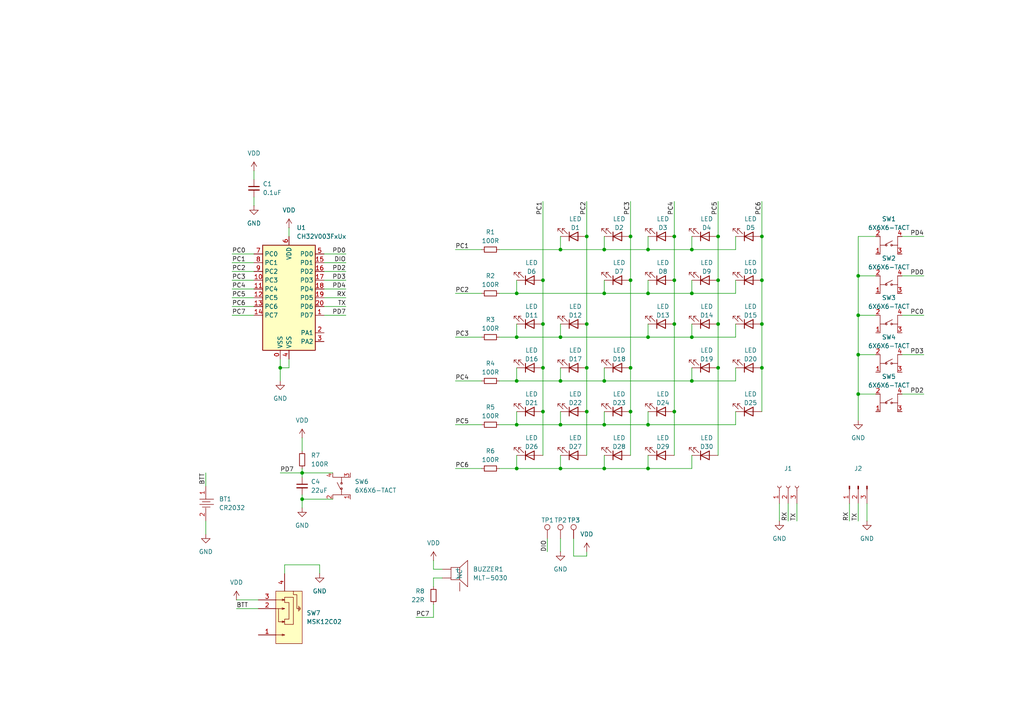
<source format=kicad_sch>
(kicad_sch (version 20231120) (generator "eeschema") (generator_version "8.0")
  (paper "A4")
  (lib_symbols
    (symbol "Connector:Conn_01x03_Pin" (pin_names (offset 1.016) hide)
      (property "Reference" "J" (at 0 5.08 0))
      (property "Value" "Conn_01x03_Pin" (at 0 -5.08 0))
      (symbol "Conn_01x03_Pin_1_1"
        (polyline (pts (xy 1.27 -2.54) (xy 0.8636 -2.54)) (stroke (width 0.1524)))
        (polyline (pts (xy 1.27 0) (xy 0.8636 0)) (stroke (width 0.1524)))
        (polyline (pts (xy 1.27 2.54) (xy 0.8636 2.54)) (stroke (width 0.1524)))
        (rectangle (start 0.8636 -2.413) (end 0 -2.667) (stroke (width 0.1524)) (fill (type outline)))
        (rectangle (start 0.8636 0.127) (end 0 -0.127) (stroke (width 0.1524)) (fill (type outline)))
        (rectangle (start 0.8636 2.667) (end 0 2.413) (stroke (width 0.1524)) (fill (type outline)))
        (pin passive line (at 5.08 2.54 180) (length 3.81) (name "Pin_1") (number "1"))
        (pin passive line (at 5.08 0 180) (length 3.81) (name "Pin_2") (number "2"))
        (pin passive line (at 5.08 -2.54 180) (length 3.81) (name "Pin_3") (number "3"))
      )
    )
    (symbol "Connector:Conn_01x03_Socket" (pin_names (offset 1.016) hide)
      (property "Reference" "J" (at 0 5.08 0))
      (property "Value" "Conn_01x03_Socket" (at 0 -5.08 0))
      (symbol "Conn_01x03_Socket_1_1"
        (arc (start 0 -2.032) (mid -0.5058 -2.54) (end 0 -3.048) (stroke (width 0.1524)))
        (polyline (pts (xy -1.27 -2.54) (xy -0.508 -2.54)) (stroke (width 0.1524)))
        (polyline (pts (xy -1.27 0) (xy -0.508 0)) (stroke (width 0.1524)))
        (polyline (pts (xy -1.27 2.54) (xy -0.508 2.54)) (stroke (width 0.1524)))
        (arc (start 0 0.508) (mid -0.5058 0) (end 0 -0.508) (stroke (width 0.1524)))
        (arc (start 0 3.048) (mid -0.5058 2.54) (end 0 2.032) (stroke (width 0.1524)))
        (pin passive line (at -5.08 2.54 0) (length 3.81) (name "Pin_1") (number "1"))
        (pin passive line (at -5.08 0 0) (length 3.81) (name "Pin_2") (number "2"))
        (pin passive line (at -5.08 -2.54 0) (length 3.81) (name "Pin_3") (number "3"))
      )
    )
    (symbol "Connector:TestPoint" (pin_numbers hide) (pin_names (offset 0.762) hide)
      (property "Reference" "TP" (at 0 6.858 0))
      (property "Value" "TestPoint" (at 0 5.08 0))
      (symbol "TestPoint_0_1"
        (circle (center 0 3.302) (radius 0.762))
      )
      (symbol "TestPoint_1_1"
        (pin passive line (at 0 0 90) (length 2.54) (name "1") (number "1"))
      )
    )
    (symbol "Device:C_Small" (pin_numbers hide) (pin_names (offset 0.254) hide)
      (property "Reference" "C" (at 0.254 1.778 0))
      (property "Value" "C_Small" (at 0.254 -2.032 0))
      (symbol "C_Small_0_1"
        (polyline (pts (xy -1.524 -0.508) (xy 1.524 -0.508)) (stroke (width 0.3302)))
        (polyline (pts (xy -1.524 0.508) (xy 1.524 0.508)) (stroke (width 0.3048)))
      )
      (symbol "C_Small_1_1"
        (pin passive line (at 0 2.54 270) (length 2.032) (name "~") (number "1"))
        (pin passive line (at 0 -2.54 90) (length 2.032) (name "~") (number "2"))
      )
    )
    (symbol "Device:LED" (pin_numbers hide) (pin_names (offset 1.016) hide)
      (property "Reference" "D" (at 0 2.54 0))
      (property "Value" "LED" (at 0 -2.54 0))
      (symbol "LED_0_1"
        (polyline (pts (xy -1.27 -1.27) (xy -1.27 1.27)) (stroke (width 0.254)))
        (polyline (pts (xy -1.27 0) (xy 1.27 0)))
        (polyline (pts (xy 1.27 -1.27) (xy 1.27 1.27) (xy -1.27 0) (xy 1.27 -1.27)) (stroke (width 0.254)))
        (polyline (pts (xy -3.048 -0.762) (xy -4.572 -2.286) (xy -3.81 -2.286) (xy -4.572 -2.286) (xy -4.572 -1.524)))
        (polyline (pts (xy -1.778 -0.762) (xy -3.302 -2.286) (xy -2.54 -2.286) (xy -3.302 -2.286) (xy -3.302 -1.524)))
      )
      (symbol "LED_1_1"
        (pin passive line (at -3.81 0 0) (length 2.54) (name "K") (number "1"))
        (pin passive line (at 3.81 0 180) (length 2.54) (name "A") (number "2"))
      )
    )
    (symbol "Device:R_Small" (pin_numbers hide) (pin_names (offset 0.254) hide)
      (property "Reference" "R" (at 0.762 0.508 0))
      (property "Value" "R_Small" (at 0.762 -1.016 0))
      (symbol "R_Small_0_1"
        (rectangle (start -0.762 1.778) (end 0.762 -1.778) (stroke (width 0.2032)))
      )
      (symbol "R_Small_1_1"
        (pin passive line (at 0 2.54 270) (length 0.762) (name "~") (number "1"))
        (pin passive line (at 0 -2.54 90) (length 0.762) (name "~") (number "2"))
      )
    )
    (symbol "MCU_WCH_CH32V0:CH32V003FxUx"
      (property "Reference" "U" (at -7.62 17.78 0))
      (property "Value" "CH32V003FxUx" (at 7.62 17.78 0))
      (symbol "CH32V003FxUx_1_1"
        (rectangle (start -7.62 15.24) (end 7.62 -15.24) (stroke (width 0.254)) (fill (type background)))
        (pin power_in line (at -2.54 -17.78 90) (length 2.54) (name "VSS") (number "0"))
        (pin bidirectional line (at 10.16 -5.08 180) (length 2.54) (name "PD7") (number "1"))
        (pin bidirectional line (at -10.16 5.08 0) (length 2.54) (name "PC3") (number "10"))
        (pin bidirectional line (at -10.16 2.54 0) (length 2.54) (name "PC4") (number "11"))
        (pin bidirectional line (at -10.16 0 0) (length 2.54) (name "PC5") (number "12"))
        (pin bidirectional line (at -10.16 -2.54 0) (length 2.54) (name "PC6") (number "13"))
        (pin bidirectional line (at -10.16 -5.08 0) (length 2.54) (name "PC7") (number "14"))
        (pin bidirectional line (at 10.16 10.16 180) (length 2.54) (name "PD1") (number "15"))
        (pin bidirectional line (at 10.16 7.62 180) (length 2.54) (name "PD2") (number "16"))
        (pin bidirectional line (at 10.16 5.08 180) (length 2.54) (name "PD3") (number "17"))
        (pin bidirectional line (at 10.16 2.54 180) (length 2.54) (name "PD4") (number "18"))
        (pin bidirectional line (at 10.16 0 180) (length 2.54) (name "PD5") (number "19"))
        (pin bidirectional line (at 10.16 -10.16 180) (length 2.54) (name "PA1") (number "2"))
        (pin bidirectional line (at 10.16 -2.54 180) (length 2.54) (name "PD6") (number "20"))
        (pin bidirectional line (at 10.16 -12.7 180) (length 2.54) (name "PA2") (number "3"))
        (pin power_in line (at 0 -17.78 90) (length 2.54) (name "VSS") (number "4"))
        (pin bidirectional line (at 10.16 12.7 180) (length 2.54) (name "PD0") (number "5"))
        (pin power_in line (at 0 17.78 270) (length 2.54) (name "VDD") (number "6"))
        (pin bidirectional line (at -10.16 12.7 0) (length 2.54) (name "PC0") (number "7"))
        (pin bidirectional line (at -10.16 10.16 0) (length 2.54) (name "PC1") (number "8"))
        (pin bidirectional line (at -10.16 7.62 0) (length 2.54) (name "PC2") (number "9"))
      )
    )
    (symbol "easyeda:6X6X6-TACT" (pin_names (offset 1.016) hide)
      (property "Reference" "SW" (at 0 7.7724 0))
      (property "Value" "6X6X6-TACT" (at 0 12.8524 0))
      (symbol "6X6X6-TACT_1_1"
        (circle (center -2.016 2.54) (radius 0.254) (stroke (width 0.1524)))
        (circle (center -0.492 2.54) (radius 0.254) (stroke (width 0.1524)))
        (polyline (pts (xy -3.81 0) (xy -3.81 5.08)) (stroke (width 0.1524)))
        (polyline (pts (xy -3.794 2.54) (xy -2.778 2.54)) (stroke (width 0.1524)))
        (polyline (pts (xy -2.778 2.54) (xy -2.016 2.54)) (stroke (width 0.1524)))
        (polyline (pts (xy 1.27 0) (xy 1.27 5.08)) (stroke (width 0.1524)))
        (polyline (pts (xy 1.286 2.54) (xy -0.492 2.54)) (stroke (width 0.1524)))
        (polyline (pts (xy -2.27 2.794) (xy -0.238 3.81) (xy -0.238 3.81)) (stroke (width 0.1524)))
        (pin input line (at -5.08 0 0) (length 1.27) (name "A") (number "1"))
        (pin input line (at -5.08 5.08 0) (length 1.27) (name "B") (number "2"))
        (pin input line (at 2.54 0 180) (length 1.27) (name "C") (number "3"))
        (pin input line (at 2.54 5.08 180) (length 1.27) (name "D") (number "4"))
      )
    )
    (symbol "easyeda:MLT-5030" (pin_numbers hide) (pin_names (offset 1.016))
      (property "Reference" "BUZZER" (at 0 6.35 0))
      (property "Value" "MLT-5030" (at 0 11.43 0))
      (symbol "MLT-5030_1_1"
        (polyline (pts (xy -1.27 -1.778) (xy 1.27 -1.778)) (stroke (width 0.1524)))
        (polyline (pts (xy -1.27 1.778) (xy -1.27 -1.778)) (stroke (width 0.1524)))
        (polyline (pts (xy -1.27 1.778) (xy 1.27 1.778)) (stroke (width 0.1524)))
        (polyline (pts (xy 1.27 -1.778) (xy 3.556 -3.81)) (stroke (width 0.1524)))
        (polyline (pts (xy 1.27 1.778) (xy 1.27 -1.778)) (stroke (width 0.1524)))
        (polyline (pts (xy 3.556 3.81) (xy 1.27 1.778)) (stroke (width 0.1524)))
        (polyline (pts (xy 3.556 3.81) (xy 3.556 -3.81)) (stroke (width 0.1524)))
        (pin input line (at 1.27 -5.08 90) (length 2.54) (name "NC") (number "1"))
        (pin input line (at -3.81 1.27 0) (length 2.54) (name "+") (number "2"))
        (pin input line (at -3.81 -1.27 0) (length 2.54) (name "-") (number "3"))
      )
    )
    (symbol "easyeda:MSK12C02" (pin_names (offset 1.016) hide)
      (property "Reference" "SW" (at 0 10.414 0))
      (property "Value" "MSK12C02" (at 0 15.494 0))
      (symbol "MSK12C02_1_1"
        (rectangle (start -7.62 2.54) (end 7.62 -5.08) (stroke (width 0.1524)) (fill (type background)))
        (polyline (pts (xy -5.08 0) (xy -5.334 0.762)) (stroke (width 0.1524)))
        (polyline (pts (xy -5.08 0) (xy -4.826 0.762)) (stroke (width 0.1524)))
        (polyline (pts (xy -5.08 0.762) (xy -5.08 0)) (stroke (width 0.1524)))
        (polyline (pts (xy -5.08 2.54) (xy -5.08 0.762)) (stroke (width 0.1524)))
        (polyline (pts (xy -1.27 0) (xy -1.524 0.762)) (stroke (width 0.1524)))
        (polyline (pts (xy 1.778 -4.064) (xy 3.302 -4.064)) (stroke (width 0.1524)))
        (polyline (pts (xy 2.032 -4.318) (xy 3.048 -4.318)) (stroke (width 0.1524)))
        (polyline (pts (xy 2.286 -4.572) (xy 2.794 -4.572)) (stroke (width 0.1524)))
        (polyline (pts (xy 2.54 0) (xy 2.286 0.762)) (stroke (width 0.1524)))
        (polyline (pts (xy 2.54 0) (xy 2.794 0.762)) (stroke (width 0.1524)))
        (polyline (pts (xy 2.54 0.762) (xy 2.54 0)) (stroke (width 0.1524)))
        (polyline (pts (xy 2.54 2.54) (xy 2.54 0.762)) (stroke (width 0.1524)))
        (polyline (pts (xy 5.08 0) (xy 4.826 0.762)) (stroke (width 0.1524)))
        (polyline (pts (xy 5.08 2.54) (xy 5.08 0) (xy 5.334 0.762)) (stroke (width 0.1524)))
        (polyline (pts (xy 2.54 1.778) (xy -1.27 1.778) (xy -1.27 0) (xy -1.016 0.762)) (stroke (width 0.1524)))
        (polyline (pts (xy 7.62 -2.54) (xy 6.604 -2.54) (xy 6.604 -3.556) (xy 2.54 -3.556) (xy 2.54 -4.064)) (stroke (width 0.1524)))
        (polyline (pts (xy -1.778 0) (xy -0.508 0) (xy -0.508 -1.27) (xy 4.318 -1.27) (xy 4.318 0) (xy 5.842 0) (xy 5.842 -2.54) (xy -2.032 -2.54) (xy -2.032 0) (xy -1.778 0)) (stroke (width 0.1524)))
        (pin input line (at -5.08 7.62 270) (length 5.08) (name "1") (number "1"))
        (pin input line (at 2.54 7.62 270) (length 5.08) (name "2") (number "2"))
        (pin input line (at 5.08 7.62 270) (length 5.08) (name "3") (number "3"))
        (pin input line (at 12.7 0 180) (length 5.08) (name "4") (number "4"))
      )
    )
    (symbol "easyeda:MY-2032-08" (pin_names (offset 1.016) hide)
      (property "Reference" "BT" (at 0 5.207 0))
      (property "Value" "MY-2032-08" (at 0 10.287 0))
      (symbol "MY-2032-08_1_1"
        (polyline (pts (xy -1.27 2.286) (xy -1.27 -1.778)) (stroke (width 0.1524)))
        (polyline (pts (xy -0.508 1.27) (xy -0.508 -1.016)) (stroke (width 0.1524)))
        (polyline (pts (xy 0.254 2.286) (xy 0.254 -1.778)) (stroke (width 0.1524)))
        (polyline (pts (xy 1.016 1.27) (xy 1.016 -1.016)) (stroke (width 0.1524)))
        (pin input line (at -5.08 0 0) (length 3.81) (name "1") (number "1"))
        (pin input line (at 5.08 0 180) (length 3.81) (name "2") (number "2"))
      )
    )
    (symbol "power:GND" (power) (pin_numbers hide) (pin_names (offset 0) hide)
      (property "Value" "GND" (at 0 -3.81 0))
      (symbol "GND_0_1"
        (polyline (pts (xy 0 0) (xy 0 -1.27) (xy 1.27 -1.27) (xy 0 -2.54) (xy -1.27 -1.27) (xy 0 -1.27)))
      )
      (symbol "GND_1_1"
        (pin power_in line (at 0 0 270) (length 0) (name "~") (number "1"))
      )
    )
    (symbol "power:VDD" (power) (pin_numbers hide) (pin_names (offset 0) hide)
      (property "Value" "VDD" (at 0 3.556 0))
      (symbol "VDD_0_1"
        (polyline (pts (xy -0.762 1.27) (xy 0 2.54)))
        (polyline (pts (xy 0 0) (xy 0 2.54)))
        (polyline (pts (xy 0 2.54) (xy 0.762 1.27)))
      )
      (symbol "VDD_1_1"
        (pin power_in line (at 0 0 90) (length 0) (name "~") (number "1"))
      )
    )
  )
  (junction (at 208.28 81.28))
  (junction (at 208.28 93.98))
  (junction (at 208.28 106.68))
  (junction (at 220.98 106.68))
  (junction (at 87.63 137.16))
  (junction (at 175.26 135.89))
  (junction (at 200.66 85.09))
  (junction (at 248.92 102.87))
  (junction (at 248.92 91.44))
  (junction (at 195.58 119.38))
  (junction (at 157.48 106.68))
  (junction (at 200.66 97.79))
  (junction (at 220.98 68.58))
  (junction (at 182.88 81.28))
  (junction (at 149.86 135.89))
  (junction (at 182.88 106.68))
  (junction (at 208.28 68.58))
  (junction (at 170.18 68.58))
  (junction (at 157.48 119.38))
  (junction (at 195.58 81.28))
  (junction (at 81.28 106.68))
  (junction (at 175.26 110.49))
  (junction (at 149.86 97.79))
  (junction (at 162.56 97.79))
  (junction (at 187.96 135.89))
  (junction (at 182.88 68.58))
  (junction (at 175.26 72.39))
  (junction (at 200.66 110.49))
  (junction (at 170.18 93.98))
  (junction (at 170.18 106.68))
  (junction (at 87.63 144.78))
  (junction (at 149.86 110.49))
  (junction (at 175.26 123.19))
  (junction (at 248.92 114.3))
  (junction (at 182.88 119.38))
  (junction (at 157.48 81.28))
  (junction (at 170.18 119.38))
  (junction (at 187.96 97.79))
  (junction (at 157.48 93.98))
  (junction (at 175.26 85.09))
  (junction (at 149.86 85.09))
  (junction (at 162.56 110.49))
  (junction (at 187.96 123.19))
  (junction (at 200.66 72.39))
  (junction (at 195.58 93.98))
  (junction (at 248.92 80.01))
  (junction (at 187.96 85.09))
  (junction (at 220.98 93.98))
  (junction (at 162.56 123.19))
  (junction (at 195.58 68.58))
  (junction (at 220.98 81.28))
  (junction (at 162.56 72.39))
  (junction (at 149.86 123.19))
  (junction (at 187.96 72.39))
  (junction (at 162.56 135.89))
  (wire (pts (xy 182.88 58.42) (xy 182.88 68.58)))
  (wire (pts (xy 170.18 106.68) (xy 170.18 119.38)))
  (wire (pts (xy 67.31 88.9) (xy 73.66 88.9)))
  (wire (pts (xy 208.28 106.68) (xy 208.28 132.08)))
  (wire (pts (xy 175.26 132.08) (xy 175.26 135.89)))
  (wire (pts (xy 182.88 119.38) (xy 182.88 132.08)))
  (wire (pts (xy 251.46 146.05) (xy 251.46 151.13)))
  (wire (pts (xy 149.86 119.38) (xy 149.86 123.19)))
  (wire (pts (xy 220.98 58.42) (xy 220.98 68.58)))
  (wire (pts (xy 93.98 76.2) (xy 100.33 76.2)))
  (wire (pts (xy 248.92 80.01) (xy 254 80.01)))
  (wire (pts (xy 81.28 106.68) (xy 83.82 106.68)))
  (wire (pts (xy 144.78 72.39) (xy 162.56 72.39)))
  (wire (pts (xy 228.6 146.05) (xy 228.6 151.13)))
  (wire (pts (xy 213.36 93.98) (xy 213.36 97.79)))
  (wire (pts (xy 182.88 106.68) (xy 182.88 119.38)))
  (wire (pts (xy 166.37 156.21) (xy 166.37 161.29)))
  (wire (pts (xy 93.98 91.44) (xy 100.33 91.44)))
  (wire (pts (xy 175.26 81.28) (xy 175.26 85.09)))
  (wire (pts (xy 208.28 58.42) (xy 208.28 68.58)))
  (wire (pts (xy 144.78 97.79) (xy 149.86 97.79)))
  (wire (pts (xy 213.36 106.68) (xy 213.36 110.49)))
  (wire (pts (xy 157.48 93.98) (xy 157.48 106.68)))
  (wire (pts (xy 132.08 97.79) (xy 139.7 97.79)))
  (wire (pts (xy 81.28 137.16) (xy 87.63 137.16)))
  (wire (pts (xy 208.28 68.58) (xy 208.28 81.28)))
  (wire (pts (xy 125.73 167.64) (xy 125.73 170.18)))
  (wire (pts (xy 182.88 81.28) (xy 182.88 106.68)))
  (wire (pts (xy 200.66 97.79) (xy 213.36 97.79)))
  (wire (pts (xy 87.63 147.32) (xy 87.63 144.78)))
  (wire (pts (xy 187.96 123.19) (xy 213.36 123.19)))
  (wire (pts (xy 261.62 91.44) (xy 267.97 91.44)))
  (wire (pts (xy 59.69 137.16) (xy 59.69 140.97)))
  (wire (pts (xy 162.56 106.68) (xy 162.56 110.49)))
  (wire (pts (xy 67.31 91.44) (xy 73.66 91.44)))
  (wire (pts (xy 231.14 146.05) (xy 231.14 151.13)))
  (wire (pts (xy 157.48 119.38) (xy 157.48 132.08)))
  (wire (pts (xy 261.62 102.87) (xy 267.97 102.87)))
  (wire (pts (xy 59.69 151.13) (xy 59.69 154.94)))
  (wire (pts (xy 87.63 137.16) (xy 96.52 137.16)))
  (wire (pts (xy 248.92 80.01) (xy 248.92 91.44)))
  (wire (pts (xy 93.98 86.36) (xy 100.33 86.36)))
  (wire (pts (xy 149.86 81.28) (xy 149.86 85.09)))
  (wire (pts (xy 213.36 81.28) (xy 213.36 85.09)))
  (wire (pts (xy 175.26 119.38) (xy 175.26 123.19)))
  (wire (pts (xy 149.86 106.68) (xy 149.86 110.49)))
  (wire (pts (xy 170.18 119.38) (xy 170.18 132.08)))
  (wire (pts (xy 162.56 72.39) (xy 175.26 72.39)))
  (wire (pts (xy 195.58 119.38) (xy 195.58 132.08)))
  (wire (pts (xy 200.66 85.09) (xy 213.36 85.09)))
  (wire (pts (xy 149.86 97.79) (xy 162.56 97.79)))
  (wire (pts (xy 213.36 68.58) (xy 213.36 72.39)))
  (wire (pts (xy 226.06 146.05) (xy 226.06 151.13)))
  (wire (pts (xy 132.08 110.49) (xy 139.7 110.49)))
  (wire (pts (xy 120.65 179.07) (xy 125.73 179.07)))
  (wire (pts (xy 248.92 68.58) (xy 248.92 80.01)))
  (wire (pts (xy 170.18 58.42) (xy 170.18 68.58)))
  (wire (pts (xy 149.86 93.98) (xy 149.86 97.79)))
  (wire (pts (xy 200.66 106.68) (xy 200.66 110.49)))
  (wire (pts (xy 67.31 86.36) (xy 73.66 86.36)))
  (wire (pts (xy 246.38 146.05) (xy 246.38 151.13)))
  (wire (pts (xy 83.82 66.04) (xy 83.82 68.58)))
  (wire (pts (xy 162.56 135.89) (xy 175.26 135.89)))
  (wire (pts (xy 200.66 68.58) (xy 200.66 72.39)))
  (wire (pts (xy 93.98 73.66) (xy 100.33 73.66)))
  (wire (pts (xy 157.48 81.28) (xy 157.48 93.98)))
  (wire (pts (xy 175.26 123.19) (xy 187.96 123.19)))
  (wire (pts (xy 158.75 156.21) (xy 158.75 160.02)))
  (wire (pts (xy 67.31 78.74) (xy 73.66 78.74)))
  (wire (pts (xy 87.63 135.89) (xy 87.63 137.16)))
  (wire (pts (xy 87.63 137.16) (xy 87.63 138.43)))
  (wire (pts (xy 92.71 163.83) (xy 92.71 166.37)))
  (wire (pts (xy 248.92 102.87) (xy 254 102.87)))
  (wire (pts (xy 144.78 123.19) (xy 149.86 123.19)))
  (wire (pts (xy 220.98 106.68) (xy 220.98 119.38)))
  (wire (pts (xy 175.26 85.09) (xy 187.96 85.09)))
  (wire (pts (xy 195.58 68.58) (xy 195.58 81.28)))
  (wire (pts (xy 220.98 81.28) (xy 220.98 93.98)))
  (wire (pts (xy 187.96 132.08) (xy 187.96 135.89)))
  (wire (pts (xy 261.62 114.3) (xy 267.97 114.3)))
  (wire (pts (xy 208.28 93.98) (xy 208.28 106.68)))
  (wire (pts (xy 187.96 68.58) (xy 187.96 72.39)))
  (wire (pts (xy 68.58 176.53) (xy 74.93 176.53)))
  (wire (pts (xy 125.73 175.26) (xy 125.73 179.07)))
  (wire (pts (xy 128.27 167.64) (xy 125.73 167.64)))
  (wire (pts (xy 254 68.58) (xy 248.92 68.58)))
  (wire (pts (xy 73.66 57.15) (xy 73.66 59.69)))
  (wire (pts (xy 170.18 93.98) (xy 170.18 106.68)))
  (wire (pts (xy 187.96 119.38) (xy 187.96 123.19)))
  (wire (pts (xy 170.18 161.29) (xy 170.18 160.02)))
  (wire (pts (xy 81.28 106.68) (xy 81.28 110.49)))
  (wire (pts (xy 68.58 173.99) (xy 74.93 173.99)))
  (wire (pts (xy 200.66 132.08) (xy 200.66 135.89)))
  (wire (pts (xy 200.66 110.49) (xy 213.36 110.49)))
  (wire (pts (xy 195.58 93.98) (xy 195.58 119.38)))
  (wire (pts (xy 132.08 85.09) (xy 139.7 85.09)))
  (wire (pts (xy 67.31 76.2) (xy 73.66 76.2)))
  (wire (pts (xy 87.63 144.78) (xy 87.63 143.51)))
  (wire (pts (xy 125.73 165.1) (xy 128.27 165.1)))
  (wire (pts (xy 208.28 81.28) (xy 208.28 93.98)))
  (wire (pts (xy 149.86 132.08) (xy 149.86 135.89)))
  (wire (pts (xy 187.96 93.98) (xy 187.96 97.79)))
  (wire (pts (xy 175.26 106.68) (xy 175.26 110.49)))
  (wire (pts (xy 82.55 166.37) (xy 82.55 163.83)))
  (wire (pts (xy 195.58 58.42) (xy 195.58 68.58)))
  (wire (pts (xy 175.26 72.39) (xy 187.96 72.39)))
  (wire (pts (xy 162.56 119.38) (xy 162.56 123.19)))
  (wire (pts (xy 144.78 85.09) (xy 149.86 85.09)))
  (wire (pts (xy 175.26 110.49) (xy 200.66 110.49)))
  (wire (pts (xy 132.08 135.89) (xy 139.7 135.89)))
  (wire (pts (xy 261.62 80.01) (xy 267.97 80.01)))
  (wire (pts (xy 162.56 110.49) (xy 175.26 110.49)))
  (wire (pts (xy 125.73 162.56) (xy 125.73 165.1)))
  (wire (pts (xy 83.82 104.14) (xy 83.82 106.68)))
  (wire (pts (xy 187.96 97.79) (xy 200.66 97.79)))
  (wire (pts (xy 73.66 49.53) (xy 73.66 52.07)))
  (wire (pts (xy 248.92 146.05) (xy 248.92 151.13)))
  (wire (pts (xy 162.56 68.58) (xy 162.56 72.39)))
  (wire (pts (xy 67.31 73.66) (xy 73.66 73.66)))
  (wire (pts (xy 248.92 114.3) (xy 254 114.3)))
  (wire (pts (xy 81.28 104.14) (xy 81.28 106.68)))
  (wire (pts (xy 87.63 127) (xy 87.63 130.81)))
  (wire (pts (xy 175.26 135.89) (xy 187.96 135.89)))
  (wire (pts (xy 187.96 85.09) (xy 200.66 85.09)))
  (wire (pts (xy 170.18 68.58) (xy 170.18 93.98)))
  (wire (pts (xy 162.56 97.79) (xy 187.96 97.79)))
  (wire (pts (xy 220.98 93.98) (xy 220.98 106.68)))
  (wire (pts (xy 149.86 85.09) (xy 175.26 85.09)))
  (wire (pts (xy 132.08 72.39) (xy 139.7 72.39)))
  (wire (pts (xy 82.55 163.83) (xy 92.71 163.83)))
  (wire (pts (xy 132.08 123.19) (xy 139.7 123.19)))
  (wire (pts (xy 175.26 68.58) (xy 175.26 72.39)))
  (wire (pts (xy 149.86 135.89) (xy 162.56 135.89)))
  (wire (pts (xy 144.78 110.49) (xy 149.86 110.49)))
  (wire (pts (xy 149.86 110.49) (xy 162.56 110.49)))
  (wire (pts (xy 182.88 68.58) (xy 182.88 81.28)))
  (wire (pts (xy 93.98 81.28) (xy 100.33 81.28)))
  (wire (pts (xy 157.48 106.68) (xy 157.48 119.38)))
  (wire (pts (xy 187.96 72.39) (xy 200.66 72.39)))
  (wire (pts (xy 187.96 81.28) (xy 187.96 85.09)))
  (wire (pts (xy 87.63 144.78) (xy 96.52 144.78)))
  (wire (pts (xy 67.31 83.82) (xy 73.66 83.82)))
  (wire (pts (xy 93.98 78.74) (xy 100.33 78.74)))
  (wire (pts (xy 200.66 81.28) (xy 200.66 85.09)))
  (wire (pts (xy 200.66 93.98) (xy 200.66 97.79)))
  (wire (pts (xy 93.98 83.82) (xy 100.33 83.82)))
  (wire (pts (xy 93.98 88.9) (xy 100.33 88.9)))
  (wire (pts (xy 261.62 68.58) (xy 267.97 68.58)))
  (wire (pts (xy 187.96 135.89) (xy 200.66 135.89)))
  (wire (pts (xy 162.56 123.19) (xy 175.26 123.19)))
  (wire (pts (xy 248.92 91.44) (xy 254 91.44)))
  (wire (pts (xy 248.92 91.44) (xy 248.92 102.87)))
  (wire (pts (xy 248.92 114.3) (xy 248.92 121.92)))
  (wire (pts (xy 149.86 123.19) (xy 162.56 123.19)))
  (wire (pts (xy 67.31 81.28) (xy 73.66 81.28)))
  (wire (pts (xy 162.56 93.98) (xy 162.56 97.79)))
  (wire (pts (xy 213.36 119.38) (xy 213.36 123.19)))
  (wire (pts (xy 195.58 81.28) (xy 195.58 93.98)))
  (wire (pts (xy 144.78 135.89) (xy 149.86 135.89)))
  (wire (pts (xy 166.37 161.29) (xy 170.18 161.29)))
  (wire (pts (xy 200.66 72.39) (xy 213.36 72.39)))
  (wire (pts (xy 248.92 102.87) (xy 248.92 114.3)))
  (wire (pts (xy 162.56 156.21) (xy 162.56 160.02)))
  (wire (pts (xy 220.98 68.58) (xy 220.98 81.28)))
  (wire (pts (xy 162.56 132.08) (xy 162.56 135.89)))
  (wire (pts (xy 157.48 58.42) (xy 157.48 81.28)))
  (label "TX" (at 100.33 88.9 180))
  (label "RX" (at 228.6 151.13 90))
  (label "PC7" (at 120.65 179.07 0))
  (label "PD7" (at 100.33 91.44 180))
  (label "PC0" (at 67.31 73.66 0))
  (label "PC5" (at 208.28 58.42 270))
  (label "PC7" (at 67.31 91.44 0))
  (label "PD7" (at 81.28 137.16 0))
  (label "RX" (at 246.38 151.13 90))
  (label "BTT" (at 68.58 176.53 0))
  (label "PC4" (at 67.31 83.82 0))
  (label "PC6" (at 220.98 58.42 270))
  (label "PC5" (at 67.31 86.36 0))
  (label "DIO" (at 158.75 160.02 90))
  (label "PD2" (at 267.97 114.3 180))
  (label "DIO" (at 100.33 76.2 180))
  (label "PD0" (at 100.33 73.66 180))
  (label "PC6" (at 132.08 135.89 0))
  (label "PD0" (at 267.97 80.01 180))
  (label "PC4" (at 132.08 110.49 0))
  (label "PC1" (at 157.48 58.42 270))
  (label "PD3" (at 100.33 81.28 180))
  (label "BTT" (at 59.69 137.16 270))
  (label "PC2" (at 170.18 58.42 270))
  (label "PC2" (at 67.31 78.74 0))
  (label "PC3" (at 132.08 97.79 0))
  (label "PC4" (at 195.58 58.42 270))
  (label "PC3" (at 182.88 58.42 270))
  (label "PC6" (at 67.31 88.9 0))
  (label "RX" (at 100.33 86.36 180))
  (label "PD4" (at 100.33 83.82 180))
  (label "PC0" (at 267.97 91.44 180))
  (label "PC2" (at 132.08 85.09 0))
  (label "PC3" (at 67.31 81.28 0))
  (label "PC1" (at 67.31 76.2 0))
  (label "PC5" (at 132.08 123.19 0))
  (label "TX" (at 248.92 151.13 90))
  (label "PD4" (at 267.97 68.58 180))
  (label "PD3" (at 267.97 102.87 180))
  (label "TX" (at 231.14 151.13 90))
  (label "PC1" (at 132.08 72.39 0))
  (label "PD2" (at 100.33 78.74 180))
  (symbol (lib_id "power:VDD") (at 87.63 127 0) (unit 1)
    (property "Reference" "#PWR010" (effects (hide yes)))
    (property "Value" "VDD" (at 87.63 121.92 0))
    (property "Description" "Power symbol creates a global label with name \"VDD\"" (effects (hide yes)))
  )
  (symbol (lib_id "power:VDD") (at 170.18 160.02 0) (unit 1)
    (property "Reference" "#PWR012" (effects (hide yes)))
    (property "Value" "VDD" (at 170.18 154.94 0))
    (property "Description" "Power symbol creates a global label with name \"VDD\"" (effects (hide yes)))
  )
  (symbol (lib_id "easyeda:6X6X6-TACT") (at 259.08 107.95 0) (unit 1)
    (property "Reference" "SW4" (at 257.818 97.79 0))
    (property "Value" "6X6X6-TACT" (at 257.818 100.33 0))
    (property "Footprint" "kicad_lceda:SW-SMD_4P-L6.0-W6.0-P4.50-LS9.2" (effects (hide yes)))
    (property "SuppliersPartNumber" "C2837532" (effects (hide yes)))
    (property "uuid" "std:b78e492c09df4fbaa8cea1d79c64ea70" (effects (hide yes)))
  )
  (symbol (lib_id "easyeda:6X6X6-TACT") (at 101.6 139.7 90) (unit 1)
    (property "Reference" "SW6" (at 102.87 139.6919 90) (effects (justify right)))
    (property "Value" "6X6X6-TACT" (at 102.87 142.2319 90) (effects (justify right)))
    (property "Footprint" "kicad_lceda:SW-SMD_4P-L6.0-W6.0-P4.50-LS9.2" (effects (hide yes)))
    (property "SuppliersPartNumber" "C2837532" (effects (hide yes)))
    (property "uuid" "std:b78e492c09df4fbaa8cea1d79c64ea70" (effects (hide yes)))
  )
  (symbol (lib_id "Device:LED") (at 166.37 93.98 0) (mirror x) (unit 1)
    (property "Reference" "D12" (at 166.878 91.44 0))
    (property "Value" "LED" (at 166.878 88.9 0))
    (property "Footprint" "LED_SMD:LED_0805_2012Metric" (effects (hide yes)))
    (property "Description" "Light emitting diode" (effects (hide yes)))
  )
  (symbol (lib_id "Device:LED") (at 166.37 68.58 0) (mirror x) (unit 1)
    (property "Reference" "D1" (at 166.878 66.04 0))
    (property "Value" "LED" (at 166.878 63.5 0))
    (property "Footprint" "LED_SMD:LED_0805_2012Metric" (effects (hide yes)))
    (property "Description" "Light emitting diode" (effects (hide yes)))
  )
  (symbol (lib_id "Device:LED") (at 153.67 132.08 0) (mirror x) (unit 1)
    (property "Reference" "D26" (at 154.178 129.54 0))
    (property "Value" "LED" (at 154.178 127 0))
    (property "Footprint" "LED_SMD:LED_0805_2012Metric" (effects (hide yes)))
    (property "Description" "Light emitting diode" (effects (hide yes)))
  )
  (symbol (lib_id "Device:LED") (at 166.37 106.68 0) (mirror x) (unit 1)
    (property "Reference" "D17" (at 166.878 104.14 0))
    (property "Value" "LED" (at 166.878 101.6 0))
    (property "Footprint" "LED_SMD:LED_0805_2012Metric" (effects (hide yes)))
    (property "Description" "Light emitting diode" (effects (hide yes)))
  )
  (symbol (lib_id "Device:LED") (at 204.47 81.28 0) (mirror x) (unit 1)
    (property "Reference" "D9" (at 204.978 78.74 0))
    (property "Value" "LED" (at 204.978 76.2 0))
    (property "Footprint" "LED_SMD:LED_0805_2012Metric" (effects (hide yes)))
    (property "Description" "Light emitting diode" (effects (hide yes)))
  )
  (symbol (lib_id "power:GND") (at 73.66 59.69 0) (unit 1)
    (property "Reference" "#PWR03" (effects (hide yes)))
    (property "Value" "GND" (at 73.66 64.77 0))
    (property "Description" "Power symbol creates a global label with name \"GND\" , ground" (effects (hide yes)))
  )
  (symbol (lib_id "power:GND") (at 251.46 151.13 0) (unit 1)
    (property "Reference" "#PWR015" (effects (hide yes)))
    (property "Value" "GND" (at 251.46 156.21 0))
    (property "Description" "Power symbol creates a global label with name \"GND\" , ground" (effects (hide yes)))
  )
  (symbol (lib_id "Device:LED") (at 217.17 119.38 0) (mirror x) (unit 1)
    (property "Reference" "D25" (at 217.678 116.84 0))
    (property "Value" "LED" (at 217.678 114.3 0))
    (property "Footprint" "LED_SMD:LED_0805_2012Metric" (effects (hide yes)))
    (property "Description" "Light emitting diode" (effects (hide yes)))
  )
  (symbol (lib_id "Device:R_Small") (at 142.24 135.89 90) (unit 1)
    (property "Reference" "R6" (at 142.24 130.81 90))
    (property "Value" "100R" (at 142.24 133.35 90))
    (property "Footprint" "Resistor_SMD:R_0805_2012Metric" (effects (hide yes)))
    (property "Description" "Resistor, small symbol" (effects (hide yes)))
  )
  (symbol (lib_id "Device:LED") (at 191.77 81.28 0) (mirror x) (unit 1)
    (property "Reference" "D8" (at 192.278 78.74 0))
    (property "Value" "LED" (at 192.278 76.2 0))
    (property "Footprint" "LED_SMD:LED_0805_2012Metric" (effects (hide yes)))
    (property "Description" "Light emitting diode" (effects (hide yes)))
  )
  (symbol (lib_id "power:VDD") (at 125.73 162.56 0) (unit 1)
    (property "Reference" "#PWR011" (effects (hide yes)))
    (property "Value" "VDD" (at 125.73 157.48 0))
    (property "Description" "Power symbol creates a global label with name \"VDD\"" (effects (hide yes)))
  )
  (symbol (lib_id "easyeda:MY-2032-08") (at 59.69 146.05 270) (unit 1)
    (property "Reference" "BT1" (at 63.5 144.7418 90) (effects (justify left)))
    (property "Value" "CR2032" (at 63.5 147.2818 90) (effects (justify left)))
    (property "Footprint" "kicad_lceda:BAT-SMD_MY-2032-08" (effects (hide yes)))
    (property "SuppliersPartNumber" "C964831" (effects (hide yes)))
    (property "uuid" "std:140ab1e60ab744cfaf0ea9a6cbf64e2a" (effects (hide yes)))
  )
  (symbol (lib_id "power:GND") (at 248.92 121.92 0) (unit 1)
    (property "Reference" "#PWR08" (effects (hide yes)))
    (property "Value" "GND" (at 248.92 127 0))
    (property "Description" "Power symbol creates a global label with name \"GND\" , ground" (effects (hide yes)))
  )
  (symbol (lib_id "Device:LED") (at 153.67 93.98 0) (mirror x) (unit 1)
    (property "Reference" "D11" (at 154.178 91.44 0))
    (property "Value" "LED" (at 154.178 88.9 0))
    (property "Footprint" "LED_SMD:LED_0805_2012Metric" (effects (hide yes)))
    (property "Description" "Light emitting diode" (effects (hide yes)))
  )
  (symbol (lib_id "Device:LED") (at 191.77 93.98 0) (mirror x) (unit 1)
    (property "Reference" "D13" (at 192.278 91.44 0))
    (property "Value" "LED" (at 192.278 88.9 0))
    (property "Footprint" "LED_SMD:LED_0805_2012Metric" (effects (hide yes)))
    (property "Description" "Light emitting diode" (effects (hide yes)))
  )
  (symbol (lib_id "power:VDD") (at 83.82 66.04 0) (unit 1)
    (property "Reference" "#PWR02" (effects (hide yes)))
    (property "Value" "VDD" (at 83.82 60.96 0))
    (property "Description" "Power symbol creates a global label with name \"VDD\"" (effects (hide yes)))
  )
  (symbol (lib_id "power:VDD") (at 73.66 49.53 0) (unit 1)
    (property "Reference" "#PWR04" (effects (hide yes)))
    (property "Value" "VDD" (at 73.66 44.45 0))
    (property "Description" "Power symbol creates a global label with name \"VDD\"" (effects (hide yes)))
  )
  (symbol (lib_id "easyeda:6X6X6-TACT") (at 259.08 96.52 0) (unit 1)
    (property "Reference" "SW3" (at 257.818 86.36 0))
    (property "Value" "6X6X6-TACT" (at 257.818 88.9 0))
    (property "Footprint" "kicad_lceda:SW-SMD_4P-L6.0-W6.0-P4.50-LS9.2" (effects (hide yes)))
    (property "SuppliersPartNumber" "C2837532" (effects (hide yes)))
    (property "uuid" "std:b78e492c09df4fbaa8cea1d79c64ea70" (effects (hide yes)))
  )
  (symbol (lib_id "power:VDD") (at 68.58 173.99 0) (unit 1)
    (property "Reference" "#PWR07" (effects (hide yes)))
    (property "Value" "VDD" (at 68.58 168.91 0))
    (property "Description" "Power symbol creates a global label with name \"VDD\"" (effects (hide yes)))
  )
  (symbol (lib_id "Device:LED") (at 179.07 106.68 0) (mirror x) (unit 1)
    (property "Reference" "D18" (at 179.578 104.14 0))
    (property "Value" "LED" (at 179.578 101.6 0))
    (property "Footprint" "LED_SMD:LED_0805_2012Metric" (effects (hide yes)))
    (property "Description" "Light emitting diode" (effects (hide yes)))
  )
  (symbol (lib_id "Device:LED") (at 217.17 68.58 0) (mirror x) (unit 1)
    (property "Reference" "D5" (at 217.678 66.04 0))
    (property "Value" "LED" (at 217.678 63.5 0))
    (property "Footprint" "LED_SMD:LED_0805_2012Metric" (effects (hide yes)))
    (property "Description" "Light emitting diode" (effects (hide yes)))
  )
  (symbol (lib_id "Device:R_Small") (at 87.63 133.35 180) (unit 1)
    (property "Reference" "R7" (at 90.17 132.0799 0) (effects (justify right)))
    (property "Value" "100R" (at 90.17 134.6199 0) (effects (justify right)))
    (property "Footprint" "Resistor_SMD:R_0805_2012Metric" (effects (hide yes)))
    (property "Description" "Resistor, small symbol" (effects (hide yes)))
  )
  (symbol (lib_id "Device:LED") (at 217.17 106.68 0) (mirror x) (unit 1)
    (property "Reference" "D20" (at 217.678 104.14 0))
    (property "Value" "LED" (at 217.678 101.6 0))
    (property "Footprint" "LED_SMD:LED_0805_2012Metric" (effects (hide yes)))
    (property "Description" "Light emitting diode" (effects (hide yes)))
  )
  (symbol (lib_id "power:GND") (at 81.28 110.49 0) (unit 1)
    (property "Reference" "#PWR01" (effects (hide yes)))
    (property "Value" "GND" (at 81.28 115.57 0))
    (property "Description" "Power symbol creates a global label with name \"GND\" , ground" (effects (hide yes)))
  )
  (symbol (lib_id "power:GND") (at 162.56 160.02 0) (unit 1)
    (property "Reference" "#PWR013" (effects (hide yes)))
    (property "Value" "GND" (at 162.56 165.1 0))
    (property "Description" "Power symbol creates a global label with name \"GND\" , ground" (effects (hide yes)))
  )
  (symbol (lib_id "easyeda:6X6X6-TACT") (at 259.08 73.66 0) (unit 1)
    (property "Reference" "SW1" (at 257.818 63.5 0))
    (property "Value" "6X6X6-TACT" (at 257.818 66.04 0))
    (property "Footprint" "kicad_lceda:SW-SMD_4P-L6.0-W6.0-P4.50-LS9.2" (effects (hide yes)))
    (property "SuppliersPartNumber" "C2837532" (effects (hide yes)))
    (property "uuid" "std:b78e492c09df4fbaa8cea1d79c64ea70" (effects (hide yes)))
  )
  (symbol (lib_id "Device:LED") (at 166.37 119.38 0) (mirror x) (unit 1)
    (property "Reference" "D22" (at 166.878 116.84 0))
    (property "Value" "LED" (at 166.878 114.3 0))
    (property "Footprint" "LED_SMD:LED_0805_2012Metric" (effects (hide yes)))
    (property "Description" "Light emitting diode" (effects (hide yes)))
  )
  (symbol (lib_id "power:GND") (at 87.63 147.32 0) (unit 1)
    (property "Reference" "#PWR09" (effects (hide yes)))
    (property "Value" "GND" (at 87.63 152.4 0))
    (property "Description" "Power symbol creates a global label with name \"GND\" , ground" (effects (hide yes)))
  )
  (symbol (lib_id "easyeda:6X6X6-TACT") (at 259.08 119.38 0) (unit 1)
    (property "Reference" "SW5" (at 257.818 109.22 0))
    (property "Value" "6X6X6-TACT" (at 257.818 111.76 0))
    (property "Footprint" "kicad_lceda:SW-SMD_4P-L6.0-W6.0-P4.50-LS9.2" (effects (hide yes)))
    (property "SuppliersPartNumber" "C2837532" (effects (hide yes)))
    (property "uuid" "std:b78e492c09df4fbaa8cea1d79c64ea70" (effects (hide yes)))
  )
  (symbol (lib_id "Device:LED") (at 204.47 93.98 0) (mirror x) (unit 1)
    (property "Reference" "D14" (at 204.978 91.44 0))
    (property "Value" "LED" (at 204.978 88.9 0))
    (property "Footprint" "LED_SMD:LED_0805_2012Metric" (effects (hide yes)))
    (property "Description" "Light emitting diode" (effects (hide yes)))
  )
  (symbol (lib_id "Device:LED") (at 179.07 132.08 0) (mirror x) (unit 1)
    (property "Reference" "D28" (at 179.578 129.54 0))
    (property "Value" "LED" (at 179.578 127 0))
    (property "Footprint" "LED_SMD:LED_0805_2012Metric" (effects (hide yes)))
    (property "Description" "Light emitting diode" (effects (hide yes)))
  )
  (symbol (lib_id "Device:LED") (at 191.77 132.08 0) (mirror x) (unit 1)
    (property "Reference" "D29" (at 192.278 129.54 0))
    (property "Value" "LED" (at 192.278 127 0))
    (property "Footprint" "LED_SMD:LED_0805_2012Metric" (effects (hide yes)))
    (property "Description" "Light emitting diode" (effects (hide yes)))
  )
  (symbol (lib_id "Device:LED") (at 153.67 119.38 0) (mirror x) (unit 1)
    (property "Reference" "D21" (at 154.178 116.84 0))
    (property "Value" "LED" (at 154.178 114.3 0))
    (property "Footprint" "LED_SMD:LED_0805_2012Metric" (effects (hide yes)))
    (property "Description" "Light emitting diode" (effects (hide yes)))
  )
  (symbol (lib_id "MCU_WCH_CH32V0:CH32V003FxUx") (at 83.82 86.36 0) (unit 1)
    (property "Reference" "U1" (at 86.0141 66.04 0) (effects (justify left)))
    (property "Value" "CH32V003FxUx" (at 86.0141 68.58 0) (effects (justify left)))
    (property "Footprint" "Package_DFN_QFN:QFN-20-1EP_3x3mm_P0.4mm_EP1.65x1.65mm" (effects (hide yes)))
    (property "Datasheet" "https://www.wch-ic.com/products/CH32V003.html" (effects (hide yes)))
    (property "Description" "CH32V003 series are industrial-grade general-purpose microcontrollers designed based on 32-bit RISC-V instruction set and architecture. It adopts QingKe V2A core, RV32EC instruction set, and supports 2 levels of interrupt nesting. The series are mounted with rich peripheral interfaces and function modules. Its internal organizational structure meets the low-cost and low-power embedded application scenarios." (effects (hide yes)))
  )
  (symbol (lib_id "Device:R_Small") (at 142.24 123.19 90) (unit 1)
    (property "Reference" "R5" (at 142.24 118.11 90))
    (property "Value" "100R" (at 142.24 120.65 90))
    (property "Footprint" "Resistor_SMD:R_0805_2012Metric" (effects (hide yes)))
    (property "Description" "Resistor, small symbol" (effects (hide yes)))
  )
  (symbol (lib_id "Connector:Conn_01x03_Pin") (at 248.92 140.97 90) (mirror x) (unit 1)
    (property "Reference" "J2" (at 248.92 135.89 90))
    (property "Value" "Conn_01x03_Pin" (effects (hide yes)))
    (property "Footprint" "kicad_lceda:HDR-SMD_3P-P2.54-H-F-L11.5" (effects (hide yes)))
    (property "Description" "Generic connector, single row, 01x03, script generated" (effects (hide yes)))
  )
  (symbol (lib_id "Device:R_Small") (at 142.24 97.79 90) (unit 1)
    (property "Reference" "R3" (at 142.24 92.71 90))
    (property "Value" "100R" (at 142.24 95.25 90))
    (property "Footprint" "Resistor_SMD:R_0805_2012Metric" (effects (hide yes)))
    (property "Description" "Resistor, small symbol" (effects (hide yes)))
  )
  (symbol (lib_id "power:GND") (at 92.71 166.37 0) (unit 1)
    (property "Reference" "#PWR016" (effects (hide yes)))
    (property "Value" "GND" (at 92.71 171.45 0))
    (property "Description" "Power symbol creates a global label with name \"GND\" , ground" (effects (hide yes)))
  )
  (symbol (lib_id "Device:C_Small") (at 73.66 54.61 0) (unit 1)
    (property "Reference" "C1" (at 76.2 53.3462 0) (effects (justify left)))
    (property "Value" "0.1uF" (at 76.2 55.8862 0) (effects (justify left)))
    (property "Footprint" "Capacitor_SMD:C_0805_2012Metric" (effects (hide yes)))
    (property "Description" "Unpolarized capacitor, small symbol" (effects (hide yes)))
  )
  (symbol (lib_id "Device:LED") (at 179.07 81.28 0) (mirror x) (unit 1)
    (property "Reference" "D7" (at 179.578 78.74 0))
    (property "Value" "LED" (at 179.578 76.2 0))
    (property "Footprint" "LED_SMD:LED_0805_2012Metric" (effects (hide yes)))
    (property "Description" "Light emitting diode" (effects (hide yes)))
  )
  (symbol (lib_id "Device:LED") (at 179.07 68.58 0) (mirror x) (unit 1)
    (property "Reference" "D2" (at 179.578 66.04 0))
    (property "Value" "LED" (at 179.578 63.5 0))
    (property "Footprint" "LED_SMD:LED_0805_2012Metric" (effects (hide yes)))
    (property "Description" "Light emitting diode" (effects (hide yes)))
  )
  (symbol (lib_id "Device:LED") (at 153.67 81.28 0) (mirror x) (unit 1)
    (property "Reference" "D6" (at 154.178 78.74 0))
    (property "Value" "LED" (at 154.178 76.2 0))
    (property "Footprint" "LED_SMD:LED_0805_2012Metric" (effects (hide yes)))
    (property "Description" "Light emitting diode" (effects (hide yes)))
  )
  (symbol (lib_id "easyeda:6X6X6-TACT") (at 259.08 85.09 0) (unit 1)
    (property "Reference" "SW2" (at 257.818 74.93 0))
    (property "Value" "6X6X6-TACT" (at 257.818 77.47 0))
    (property "Footprint" "kicad_lceda:SW-SMD_4P-L6.0-W6.0-P4.50-LS9.2" (effects (hide yes)))
    (property "SuppliersPartNumber" "C2837532" (effects (hide yes)))
    (property "uuid" "std:b78e492c09df4fbaa8cea1d79c64ea70" (effects (hide yes)))
  )
  (symbol (lib_id "easyeda:MSK12C02") (at 82.55 179.07 90) (unit 1)
    (property "Reference" "SW7" (at 88.9 177.7999 90) (effects (justify right)))
    (property "Value" "MSK12C02" (at 88.9 180.3399 90) (effects (justify right)))
    (property "Footprint" "kicad_lceda:SW-TH_MSK12C02" (effects (hide yes)))
    (property "Datasheet" "http://www.szlcsc.com/product/details_427897.html" (effects (hide yes)))
    (property "SuppliersPartNumber" "C431540" (effects (hide yes)))
    (property "uuid" "std:20682c339523482a9e7bc335454b199a" (effects (hide yes)))
  )
  (symbol (lib_id "Device:R_Small") (at 125.73 172.72 0) (mirror y) (unit 1)
    (property "Reference" "R8" (at 123.19 171.4499 0) (effects (justify left)))
    (property "Value" "22R" (at 123.19 173.9899 0) (effects (justify left)))
    (property "Footprint" "Resistor_SMD:R_0805_2012Metric" (effects (hide yes)))
    (property "Description" "Resistor, small symbol" (effects (hide yes)))
  )
  (symbol (lib_id "Device:LED") (at 217.17 81.28 0) (mirror x) (unit 1)
    (property "Reference" "D10" (at 217.678 78.74 0))
    (property "Value" "LED" (at 217.678 76.2 0))
    (property "Footprint" "LED_SMD:LED_0805_2012Metric" (effects (hide yes)))
    (property "Description" "Light emitting diode" (effects (hide yes)))
  )
  (symbol (lib_id "Device:LED") (at 179.07 119.38 0) (mirror x) (unit 1)
    (property "Reference" "D23" (at 179.578 116.84 0))
    (property "Value" "LED" (at 179.578 114.3 0))
    (property "Footprint" "LED_SMD:LED_0805_2012Metric" (effects (hide yes)))
    (property "Description" "Light emitting diode" (effects (hide yes)))
  )
  (symbol (lib_id "Device:R_Small") (at 142.24 72.39 90) (unit 1)
    (property "Reference" "R1" (at 142.24 67.31 90))
    (property "Value" "100R" (at 142.24 69.85 90))
    (property "Footprint" "Resistor_SMD:R_0805_2012Metric" (effects (hide yes)))
    (property "Description" "Resistor, small symbol" (effects (hide yes)))
  )
  (symbol (lib_id "Connector:TestPoint") (at 166.37 156.21 0) (unit 1)
    (property "Reference" "TP3" (at 164.592 150.876 0) (effects (justify left)))
    (property "Value" "TestPoint" (effects (hide yes)))
    (property "Footprint" "TestPoint:TestPoint_Pad_D1.5mm" (effects (hide yes)))
    (property "Description" "test point" (effects (hide yes)))
  )
  (symbol (lib_id "Device:C_Small") (at 87.63 140.97 0) (unit 1)
    (property "Reference" "C4" (at 90.17 139.7062 0) (effects (justify left)))
    (property "Value" "22uF" (at 90.17 142.2462 0) (effects (justify left)))
    (property "Footprint" "Capacitor_SMD:C_0805_2012Metric" (effects (hide yes)))
    (property "Description" "Unpolarized capacitor, small symbol" (effects (hide yes)))
  )
  (symbol (lib_id "Connector:Conn_01x03_Socket") (at 228.6 140.97 90) (unit 1)
    (property "Reference" "J1" (at 228.6 135.89 90))
    (property "Value" "Conn_01x03_Socket" (effects (hide yes)))
    (property "Footprint" "kicad_lceda:HDR-SMD_3P-P2.54-H-M" (effects (hide yes)))
    (property "Description" "Generic connector, single row, 01x03, script generated" (effects (hide yes)))
  )
  (symbol (lib_id "Device:LED") (at 166.37 132.08 0) (mirror x) (unit 1)
    (property "Reference" "D27" (at 166.878 129.54 0))
    (property "Value" "LED" (at 166.878 127 0))
    (property "Footprint" "LED_SMD:LED_0805_2012Metric" (effects (hide yes)))
    (property "Description" "Light emitting diode" (effects (hide yes)))
  )
  (symbol (lib_id "Device:LED") (at 204.47 132.08 0) (mirror x) (unit 1)
    (property "Reference" "D30" (at 204.978 129.54 0))
    (property "Value" "LED" (at 204.978 127 0))
    (property "Footprint" "LED_SMD:LED_0805_2012Metric" (effects (hide yes)))
    (property "Description" "Light emitting diode" (effects (hide yes)))
  )
  (symbol (lib_id "Device:LED") (at 217.17 93.98 0) (mirror x) (unit 1)
    (property "Reference" "D15" (at 217.678 91.44 0))
    (property "Value" "LED" (at 217.678 88.9 0))
    (property "Footprint" "LED_SMD:LED_0805_2012Metric" (effects (hide yes)))
    (property "Description" "Light emitting diode" (effects (hide yes)))
  )
  (symbol (lib_id "easyeda:MLT-5030") (at 132.08 166.37 0) (unit 1)
    (property "Reference" "BUZZER1" (at 137.16 165.0999 0) (effects (justify left)))
    (property "Value" "MLT-5030" (at 137.16 167.6399 0) (effects (justify left)))
    (property "Footprint" "kicad_lceda:BUZ-SMD_3P-L5.2-W5.2-P3.50-BR" (effects (hide yes)))
    (property "Datasheet" "http://www.szlcsc.com/product/details_96499.html" (effects (hide yes)))
    (property "Description" "C95297" (effects (hide yes)))
    (property "uuid" "std:5b5faf98f4cf4379b9367f4123654b39" (effects (hide yes)))
  )
  (symbol (lib_id "Device:LED") (at 191.77 68.58 0) (mirror x) (unit 1)
    (property "Reference" "D3" (at 192.278 66.04 0))
    (property "Value" "LED" (at 192.278 63.5 0))
    (property "Footprint" "LED_SMD:LED_0805_2012Metric" (effects (hide yes)))
    (property "Description" "Light emitting diode" (effects (hide yes)))
  )
  (symbol (lib_id "Device:R_Small") (at 142.24 110.49 90) (unit 1)
    (property "Reference" "R4" (at 142.24 105.41 90))
    (property "Value" "100R" (at 142.24 107.95 90))
    (property "Footprint" "Resistor_SMD:R_0805_2012Metric" (effects (hide yes)))
    (property "Description" "Resistor, small symbol" (effects (hide yes)))
  )
  (symbol (lib_id "Device:LED") (at 204.47 68.58 0) (mirror x) (unit 1)
    (property "Reference" "D4" (at 204.978 66.04 0))
    (property "Value" "LED" (at 204.978 63.5 0))
    (property "Footprint" "LED_SMD:LED_0805_2012Metric" (effects (hide yes)))
    (property "Description" "Light emitting diode" (effects (hide yes)))
  )
  (symbol (lib_id "Device:LED") (at 191.77 119.38 0) (mirror x) (unit 1)
    (property "Reference" "D24" (at 192.278 116.84 0))
    (property "Value" "LED" (at 192.278 114.3 0))
    (property "Footprint" "LED_SMD:LED_0805_2012Metric" (effects (hide yes)))
    (property "Description" "Light emitting diode" (effects (hide yes)))
  )
  (symbol (lib_id "power:GND") (at 59.69 154.94 0) (unit 1)
    (property "Reference" "#PWR06" (effects (hide yes)))
    (property "Value" "GND" (at 59.69 160.02 0))
    (property "Description" "Power symbol creates a global label with name \"GND\" , ground" (effects (hide yes)))
  )
  (symbol (lib_id "Device:LED") (at 153.67 106.68 0) (mirror x) (unit 1)
    (property "Reference" "D16" (at 154.178 104.14 0))
    (property "Value" "LED" (at 154.178 101.6 0))
    (property "Footprint" "LED_SMD:LED_0805_2012Metric" (effects (hide yes)))
    (property "Description" "Light emitting diode" (effects (hide yes)))
  )
  (symbol (lib_id "power:GND") (at 226.06 151.13 0) (unit 1)
    (property "Reference" "#PWR014" (effects (hide yes)))
    (property "Value" "GND" (at 226.06 156.21 0))
    (property "Description" "Power symbol creates a global label with name \"GND\" , ground" (effects (hide yes)))
  )
  (symbol (lib_id "Connector:TestPoint") (at 162.56 156.21 0) (unit 1)
    (property "Reference" "TP2" (at 160.782 150.876 0) (effects (justify left)))
    (property "Value" "TestPoint" (effects (hide yes)))
    (property "Footprint" "TestPoint:TestPoint_Pad_D1.5mm" (effects (hide yes)))
    (property "Description" "test point" (effects (hide yes)))
  )
  (symbol (lib_id "Connector:TestPoint") (at 158.75 156.21 0) (unit 1)
    (property "Reference" "TP1" (at 156.972 150.876 0) (effects (justify left)))
    (property "Value" "TestPoint" (effects (hide yes)))
    (property "Footprint" "TestPoint:TestPoint_Pad_D1.5mm" (effects (hide yes)))
    (property "Description" "test point" (effects (hide yes)))
  )
  (symbol (lib_id "Device:LED") (at 204.47 106.68 0) (mirror x) (unit 1)
    (property "Reference" "D19" (at 204.978 104.14 0))
    (property "Value" "LED" (at 204.978 101.6 0))
    (property "Footprint" "LED_SMD:LED_0805_2012Metric" (effects (hide yes)))
    (property "Description" "Light emitting diode" (effects (hide yes)))
  )
  (symbol (lib_id "Device:R_Small") (at 142.24 85.09 90) (unit 1)
    (property "Reference" "R2" (at 142.24 80.01 90))
    (property "Value" "100R" (at 142.24 82.55 90))
    (property "Footprint" "Resistor_SMD:R_0805_2012Metric" (effects (hide yes)))
    (property "Description" "Resistor, small symbol" (effects (hide yes)))
  )
)
</source>
